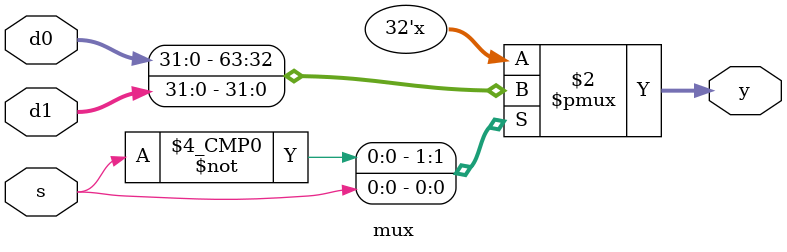
<source format=v>
module mux(d0, d1, s, y);
  parameter inputwidth=32;
  input [inputwidth-1:0] d0;
  input [inputwidth-1:0] d1;
  input s;
  output reg [inputwidth-1:0] y;
  
  always @ (*)
  begin
    case (s)
      0: y<=d0;
      1: y<=d1;
    endcase
  end
  
endmodule
</source>
